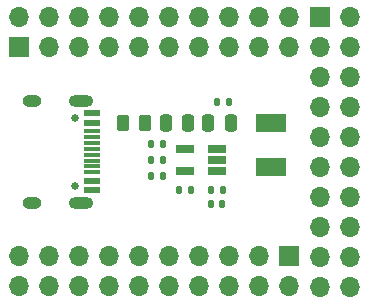
<source format=gbr>
%TF.GenerationSoftware,KiCad,Pcbnew,7.0.6*%
%TF.CreationDate,2023-09-22T01:58:40+08:00*%
%TF.ProjectId,power_ex_board,706f7765-725f-4657-985f-626f6172642e,rev?*%
%TF.SameCoordinates,Original*%
%TF.FileFunction,Soldermask,Top*%
%TF.FilePolarity,Negative*%
%FSLAX46Y46*%
G04 Gerber Fmt 4.6, Leading zero omitted, Abs format (unit mm)*
G04 Created by KiCad (PCBNEW 7.0.6) date 2023-09-22 01:58:40*
%MOMM*%
%LPD*%
G01*
G04 APERTURE LIST*
G04 Aperture macros list*
%AMRoundRect*
0 Rectangle with rounded corners*
0 $1 Rounding radius*
0 $2 $3 $4 $5 $6 $7 $8 $9 X,Y pos of 4 corners*
0 Add a 4 corners polygon primitive as box body*
4,1,4,$2,$3,$4,$5,$6,$7,$8,$9,$2,$3,0*
0 Add four circle primitives for the rounded corners*
1,1,$1+$1,$2,$3*
1,1,$1+$1,$4,$5*
1,1,$1+$1,$6,$7*
1,1,$1+$1,$8,$9*
0 Add four rect primitives between the rounded corners*
20,1,$1+$1,$2,$3,$4,$5,0*
20,1,$1+$1,$4,$5,$6,$7,0*
20,1,$1+$1,$6,$7,$8,$9,0*
20,1,$1+$1,$8,$9,$2,$3,0*%
G04 Aperture macros list end*
%ADD10R,1.700000X1.700000*%
%ADD11O,1.700000X1.700000*%
%ADD12RoundRect,0.250000X0.250000X0.475000X-0.250000X0.475000X-0.250000X-0.475000X0.250000X-0.475000X0*%
%ADD13RoundRect,0.135000X0.135000X0.185000X-0.135000X0.185000X-0.135000X-0.185000X0.135000X-0.185000X0*%
%ADD14RoundRect,0.250000X-0.262500X-0.450000X0.262500X-0.450000X0.262500X0.450000X-0.262500X0.450000X0*%
%ADD15RoundRect,0.135000X-0.135000X-0.185000X0.135000X-0.185000X0.135000X0.185000X-0.135000X0.185000X0*%
%ADD16RoundRect,0.140000X0.140000X0.170000X-0.140000X0.170000X-0.140000X-0.170000X0.140000X-0.170000X0*%
%ADD17RoundRect,0.250000X-0.250000X-0.475000X0.250000X-0.475000X0.250000X0.475000X-0.250000X0.475000X0*%
%ADD18C,0.650000*%
%ADD19R,1.450000X0.600000*%
%ADD20R,1.450000X0.300000*%
%ADD21O,2.100000X1.000000*%
%ADD22O,1.600000X1.000000*%
%ADD23RoundRect,0.140000X-0.140000X-0.170000X0.140000X-0.170000X0.140000X0.170000X-0.140000X0.170000X0*%
%ADD24R,2.500000X1.500000*%
%ADD25R,1.560000X0.650000*%
G04 APERTURE END LIST*
D10*
%TO.C,3V3*%
X119121000Y-97541000D03*
D11*
X121661000Y-97541000D03*
X119121000Y-100081000D03*
X121661000Y-100081000D03*
X119121000Y-102621000D03*
X121661000Y-102621000D03*
X119121000Y-105161000D03*
X121661000Y-105161000D03*
X119121000Y-107701000D03*
X121661000Y-107701000D03*
X119121000Y-110241000D03*
X121661000Y-110241000D03*
X119121000Y-112781000D03*
X121661000Y-112781000D03*
X119121000Y-115321000D03*
X121661000Y-115321000D03*
X119121000Y-117861000D03*
X121661000Y-117861000D03*
X119121000Y-120401000D03*
X121661000Y-120401000D03*
%TD*%
D12*
%TO.C,C6*%
X111542800Y-106536400D03*
X109642800Y-106536400D03*
%TD*%
D13*
%TO.C,R4*%
X108174200Y-112221400D03*
X107154200Y-112221400D03*
%TD*%
D14*
%TO.C,R1*%
X102441300Y-106536400D03*
X104266300Y-106536400D03*
%TD*%
D15*
%TO.C,R2*%
X104817000Y-109671200D03*
X105837000Y-109671200D03*
%TD*%
D16*
%TO.C,C5*%
X111372400Y-104779200D03*
X110412400Y-104779200D03*
%TD*%
D10*
%TO.C,Custom*%
X116474400Y-117841000D03*
D11*
X116474400Y-120381000D03*
X113934400Y-117841000D03*
X113934400Y-120381000D03*
X111394400Y-117841000D03*
X111394400Y-120381000D03*
X108854400Y-117841000D03*
X108854400Y-120381000D03*
X106314400Y-117841000D03*
X106314400Y-120381000D03*
X103774400Y-117841000D03*
X103774400Y-120381000D03*
X101234400Y-117841000D03*
X101234400Y-120381000D03*
X98694400Y-117841000D03*
X98694400Y-120381000D03*
X96154400Y-117841000D03*
X96154400Y-120381000D03*
X93614400Y-117841000D03*
X93614400Y-120381000D03*
%TD*%
D16*
%TO.C,C4*%
X110849600Y-113364400D03*
X109889600Y-113364400D03*
%TD*%
%TO.C,C2*%
X105787000Y-108331200D03*
X104827000Y-108331200D03*
%TD*%
D10*
%TO.C,5V*%
X93624400Y-100091000D03*
D11*
X93624400Y-97551000D03*
X96164400Y-100091000D03*
X96164400Y-97551000D03*
X98704400Y-100091000D03*
X98704400Y-97551000D03*
X101244400Y-100091000D03*
X101244400Y-97551000D03*
X103784400Y-100091000D03*
X103784400Y-97551000D03*
X106324400Y-100091000D03*
X106324400Y-97551000D03*
X108864400Y-100091000D03*
X108864400Y-97551000D03*
X111404400Y-100091000D03*
X111404400Y-97551000D03*
X113944400Y-100091000D03*
X113944400Y-97551000D03*
X116484400Y-100091000D03*
X116484400Y-97551000D03*
%TD*%
D13*
%TO.C,R3*%
X110899600Y-112221400D03*
X109879600Y-112221400D03*
%TD*%
D17*
%TO.C,C1*%
X106036000Y-106536400D03*
X107936000Y-106536400D03*
%TD*%
D18*
%TO.C,J1*%
X98358000Y-106076000D03*
X98358000Y-111856000D03*
D19*
X99803000Y-105716000D03*
X99803000Y-106516000D03*
D20*
X99803000Y-107716000D03*
X99803000Y-108716000D03*
X99803000Y-109216000D03*
X99803000Y-110216000D03*
D19*
X99803000Y-111416000D03*
X99803000Y-112216000D03*
X99803000Y-112216000D03*
X99803000Y-111416000D03*
D20*
X99803000Y-110716000D03*
X99803000Y-109716000D03*
X99803000Y-108216000D03*
X99803000Y-107216000D03*
D19*
X99803000Y-106516000D03*
X99803000Y-105716000D03*
D21*
X98888000Y-104646000D03*
D22*
X94708000Y-104646000D03*
D21*
X98888000Y-113286000D03*
D22*
X94708000Y-113286000D03*
%TD*%
D23*
%TO.C,C3*%
X104827000Y-111011200D03*
X105787000Y-111011200D03*
%TD*%
D24*
%TO.C,L1*%
X114935000Y-110261400D03*
X114935000Y-106561400D03*
%TD*%
D25*
%TO.C,U1*%
X110364200Y-110621200D03*
X110364200Y-109671200D03*
X110364200Y-108721200D03*
X107664200Y-108721200D03*
X107664200Y-110621200D03*
%TD*%
M02*

</source>
